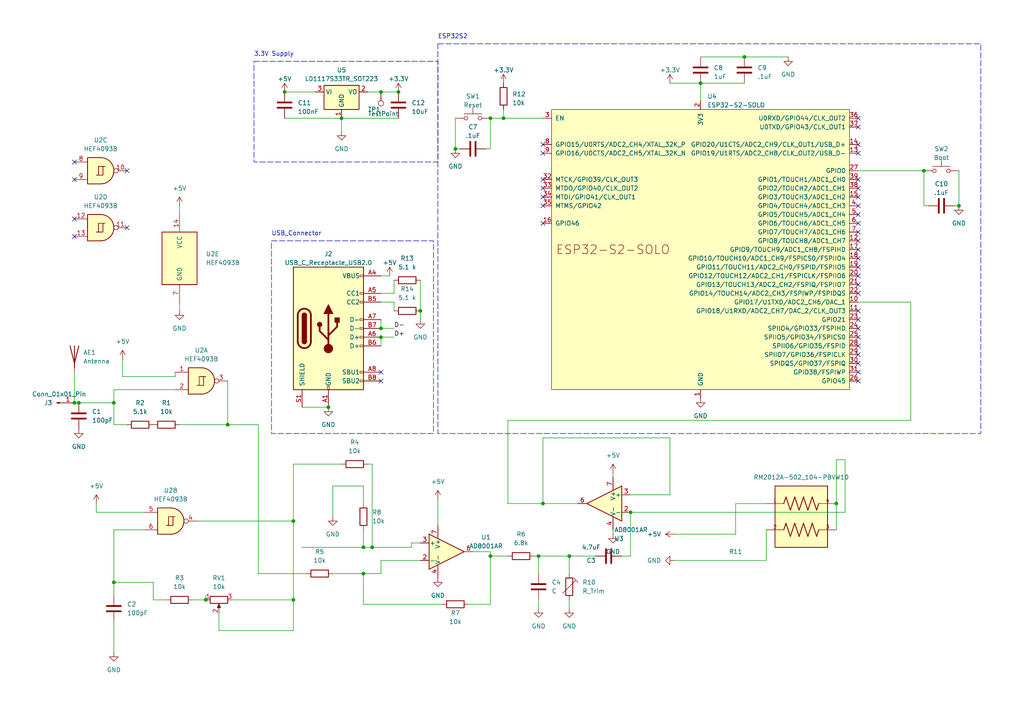
<source format=kicad_sch>
(kicad_sch (version 20230121) (generator eeschema)
  (paper "A4")
  (lib_symbols
    (symbol "4xxx:HEF4093B" (pin_names (offset 1.016))
      (property "Reference" "U" (at 0 1.27 0))
      (property "Value" "HEF4093B" (at 0 -1.27 0))
      (symbol "HEF4093B_1_0"
        (polyline (pts (xy -0.635 -1.27) (xy -0.635 1.27) (xy 0.635 1.27)))
        (polyline (pts (xy -0.635 -1.27) (xy -0.635 1.27) (xy 0.635 1.27)))
        (polyline (pts (xy -1.27 -1.27) (xy 0.635 -1.27) (xy 0.635 1.27) (xy 1.27 1.27)))
        (polyline (pts (xy -1.27 -1.27) (xy 0.635 -1.27) (xy 0.635 1.27) (xy 1.27 1.27)))
      )
      (symbol "HEF4093B_1_1"
        (arc (start 0 -3.81) (mid 3.7934 0) (end 0 3.81) (stroke (width 0.254)) (fill (type background)))
        (polyline (pts (xy 0 3.81) (xy -3.81 3.81) (xy -3.81 -3.81) (xy 0 -3.81)) (stroke (width 0.254)) (fill (type background)))
        (pin input line (at -7.62 2.54 0) (length 3.81) (name "~") (number "1"))
        (pin input line (at -7.62 -2.54 0) (length 3.81) (name "~") (number "2"))
        (pin output inverted (at 7.62 0 180) (length 3.81) (name "~") (number "3"))
      )
      (symbol "HEF4093B_1_2"
        (arc (start -3.81 -3.81) (mid -2.589 0) (end -3.81 3.81) (stroke (width 0.254)))
        (arc (start -0.6096 -3.81) (mid 2.1842 -2.5851) (end 3.81 0) (stroke (width 0.254)) (fill (type background)))
        (polyline (pts (xy -3.81 -3.81) (xy -0.635 -3.81)) (stroke (width 0.254)) (fill (type background)))
        (polyline (pts (xy -3.81 3.81) (xy -0.635 3.81)) (stroke (width 0.254)) (fill (type background)))
        (polyline (pts (xy -0.635 3.81) (xy -3.81 3.81) (xy -3.81 3.81) (xy -3.556 3.4036) (xy -3.0226 2.2606) (xy -2.6924 1.0414) (xy -2.6162 -0.254) (xy -2.7686 -1.4986) (xy -3.175 -2.7178) (xy -3.81 -3.81) (xy -3.81 -3.81) (xy -0.635 -3.81)) (stroke (width -25.4)) (fill (type background)))
        (arc (start 3.81 0) (mid 2.1915 2.5936) (end -0.6096 3.81) (stroke (width 0.254)) (fill (type background)))
        (pin input inverted (at -7.62 2.54 0) (length 4.318) (name "~") (number "1"))
        (pin input inverted (at -7.62 -2.54 0) (length 4.318) (name "~") (number "2"))
        (pin output line (at 7.62 0 180) (length 3.81) (name "~") (number "3"))
      )
      (symbol "HEF4093B_2_0"
        (polyline (pts (xy -0.635 -1.27) (xy -0.635 1.27) (xy 0.635 1.27)))
        (polyline (pts (xy -0.635 -1.27) (xy -0.635 1.27) (xy 0.635 1.27)))
        (polyline (pts (xy -1.27 -1.27) (xy 0.635 -1.27) (xy 0.635 1.27) (xy 1.27 1.27)))
        (polyline (pts (xy -1.27 -1.27) (xy 0.635 -1.27) (xy 0.635 1.27) (xy 1.27 1.27)))
      )
      (symbol "HEF4093B_2_1"
        (arc (start 0 -3.81) (mid 3.7934 0) (end 0 3.81) (stroke (width 0.254)) (fill (type background)))
        (polyline (pts (xy 0 3.81) (xy -3.81 3.81) (xy -3.81 -3.81) (xy 0 -3.81)) (stroke (width 0.254)) (fill (type background)))
        (pin output inverted (at 7.62 0 180) (length 3.81) (name "~") (number "4"))
        (pin input line (at -7.62 2.54 0) (length 3.81) (name "~") (number "5"))
        (pin input line (at -7.62 -2.54 0) (length 3.81) (name "~") (number "6"))
      )
      (symbol "HEF4093B_2_2"
        (arc (start -3.81 -3.81) (mid -2.589 0) (end -3.81 3.81) (stroke (width 0.254)))
        (arc (start -0.6096 -3.81) (mid 2.1842 -2.5851) (end 3.81 0) (stroke (width 0.254)) (fill (type background)))
        (polyline (pts (xy -3.81 -3.81) (xy -0.635 -3.81)) (stroke (width 0.254)) (fill (type background)))
        (polyline (pts (xy -3.81 3.81) (xy -0.635 3.81)) (stroke (width 0.254)) (fill (type background)))
        (polyline (pts (xy -0.635 3.81) (xy -3.81 3.81) (xy -3.81 3.81) (xy -3.556 3.4036) (xy -3.0226 2.2606) (xy -2.6924 1.0414) (xy -2.6162 -0.254) (xy -2.7686 -1.4986) (xy -3.175 -2.7178) (xy -3.81 -3.81) (xy -3.81 -3.81) (xy -0.635 -3.81)) (stroke (width -25.4)) (fill (type background)))
        (arc (start 3.81 0) (mid 2.1915 2.5936) (end -0.6096 3.81) (stroke (width 0.254)) (fill (type background)))
        (pin output line (at 7.62 0 180) (length 3.81) (name "~") (number "4"))
        (pin input inverted (at -7.62 2.54 0) (length 4.318) (name "~") (number "5"))
        (pin input inverted (at -7.62 -2.54 0) (length 4.318) (name "~") (number "6"))
      )
      (symbol "HEF4093B_3_0"
        (polyline (pts (xy -0.635 -1.27) (xy -0.635 1.27) (xy 0.635 1.27)))
        (polyline (pts (xy -0.635 -1.27) (xy -0.635 1.27) (xy 0.635 1.27)))
        (polyline (pts (xy -1.27 -1.27) (xy 0.635 -1.27) (xy 0.635 1.27) (xy 1.27 1.27)))
        (polyline (pts (xy -1.27 -1.27) (xy 0.635 -1.27) (xy 0.635 1.27) (xy 1.27 1.27)))
      )
      (symbol "HEF4093B_3_1"
        (arc (start 0 -3.81) (mid 3.7934 0) (end 0 3.81) (stroke (width 0.254)) (fill (type background)))
        (polyline (pts (xy 0 3.81) (xy -3.81 3.81) (xy -3.81 -3.81) (xy 0 -3.81)) (stroke (width 0.254)) (fill (type background)))
        (pin output inverted (at 7.62 0 180) (length 3.81) (name "~") (number "10"))
        (pin input line (at -7.62 2.54 0) (length 3.81) (name "~") (number "8"))
        (pin input line (at -7.62 -2.54 0) (length 3.81) (name "~") (number "9"))
      )
      (symbol "HEF4093B_3_2"
        (arc (start -3.81 -3.81) (mid -2.589 0) (end -3.81 3.81) (stroke (width 0.254)))
        (arc (start -0.6096 -3.81) (mid 2.1842 -2.5851) (end 3.81 0) (stroke (width 0.254)) (fill (type background)))
        (polyline (pts (xy -3.81 -3.81) (xy -0.635 -3.81)) (stroke (width 0.254)) (fill (type background)))
        (polyline (pts (xy -3.81 3.81) (xy -0.635 3.81)) (stroke (width 0.254)) (fill (type background)))
        (polyline (pts (xy -0.635 3.81) (xy -3.81 3.81) (xy -3.81 3.81) (xy -3.556 3.4036) (xy -3.0226 2.2606) (xy -2.6924 1.0414) (xy -2.6162 -0.254) (xy -2.7686 -1.4986) (xy -3.175 -2.7178) (xy -3.81 -3.81) (xy -3.81 -3.81) (xy -0.635 -3.81)) (stroke (width -25.4)) (fill (type background)))
        (arc (start 3.81 0) (mid 2.1915 2.5936) (end -0.6096 3.81) (stroke (width 0.254)) (fill (type background)))
        (pin output line (at 7.62 0 180) (length 3.81) (name "~") (number "10"))
        (pin input inverted (at -7.62 2.54 0) (length 4.318) (name "~") (number "8"))
        (pin input inverted (at -7.62 -2.54 0) (length 4.318) (name "~") (number "9"))
      )
      (symbol "HEF4093B_4_0"
        (polyline (pts (xy -0.635 -1.27) (xy -0.635 1.27) (xy 0.635 1.27)))
        (polyline (pts (xy -0.635 -1.27) (xy -0.635 1.27) (xy 0.635 1.27)))
        (polyline (pts (xy -1.27 -1.27) (xy 0.635 -1.27) (xy 0.635 1.27) (xy 1.27 1.27)))
        (polyline (pts (xy -1.27 -1.27) (xy 0.635 -1.27) (xy 0.635 1.27) (xy 1.27 1.27)))
      )
      (symbol "HEF4093B_4_1"
        (arc (start 0 -3.81) (mid 3.7934 0) (end 0 3.81) (stroke (width 0.254)) (fill (type background)))
        (polyline (pts (xy 0 3.81) (xy -3.81 3.81) (xy -3.81 -3.81) (xy 0 -3.81)) (stroke (width 0.254)) (fill (type background)))
        (pin output inverted (at 7.62 0 180) (length 3.81) (name "~") (number "11"))
        (pin input line (at -7.62 2.54 0) (length 3.81) (name "~") (number "12"))
        (pin input line (at -7.62 -2.54 0) (length 3.81) (name "~") (number "13"))
      )
      (symbol "HEF4093B_4_2"
        (arc (start -3.81 -3.81) (mid -2.589 0) (end -3.81 3.81) (stroke (width 0.254)))
        (arc (start -0.6096 -3.81) (mid 2.1842 -2.5851) (end 3.81 0) (stroke (width 0.254)) (fill (type background)))
        (polyline (pts (xy -3.81 -3.81) (xy -0.635 -3.81)) (stroke (width 0.254)) (fill (type background)))
        (polyline (pts (xy -3.81 3.81) (xy -0.635 3.81)) (stroke (width 0.254)) (fill (type background)))
        (polyline (pts (xy -0.635 3.81) (xy -3.81 3.81) (xy -3.81 3.81) (xy -3.556 3.4036) (xy -3.0226 2.2606) (xy -2.6924 1.0414) (xy -2.6162 -0.254) (xy -2.7686 -1.4986) (xy -3.175 -2.7178) (xy -3.81 -3.81) (xy -3.81 -3.81) (xy -0.635 -3.81)) (stroke (width -25.4)) (fill (type background)))
        (arc (start 3.81 0) (mid 2.1915 2.5936) (end -0.6096 3.81) (stroke (width 0.254)) (fill (type background)))
        (pin output line (at 7.62 0 180) (length 3.81) (name "~") (number "11"))
        (pin input inverted (at -7.62 2.54 0) (length 4.318) (name "~") (number "12"))
        (pin input inverted (at -7.62 -2.54 0) (length 4.318) (name "~") (number "13"))
      )
      (symbol "HEF4093B_5_0"
        (pin power_in line (at 0 12.7 270) (length 5.08) (name "VCC") (number "14"))
        (pin power_in line (at 0 -12.7 90) (length 5.08) (name "GND") (number "7"))
      )
      (symbol "HEF4093B_5_1"
        (rectangle (start -5.08 7.62) (end 5.08 -7.62) (stroke (width 0.254)) (fill (type background)))
      )
    )
    (symbol "Amplifier_Operational:AD8001AR" (pin_names (offset 0.127))
      (property "Reference" "U" (at 0 6.35 0))
      (property "Value" "AD8001AR" (at 0 3.81 0))
      (symbol "AD8001AR_0_1"
        (polyline (pts (xy -5.08 5.08) (xy 5.08 0) (xy -5.08 -5.08) (xy -5.08 5.08)) (stroke (width 0.254)) (fill (type background)))
      )
      (symbol "AD8001AR_1_1"
        (pin no_connect line (at -2.54 2.54 270) (length 2.54) hide (name "NC") (number "1"))
        (pin input line (at -7.62 -2.54 0) (length 2.54) (name "-") (number "2"))
        (pin input line (at -7.62 2.54 0) (length 2.54) (name "+") (number "3"))
        (pin power_in line (at -2.54 -7.62 90) (length 3.81) (name "V-") (number "4"))
        (pin no_connect line (at 0 2.54 270) (length 2.54) hide (name "NC") (number "5"))
        (pin output line (at 7.62 0 180) (length 2.54) (name "~") (number "6"))
        (pin power_in line (at -2.54 7.62 270) (length 3.81) (name "V+") (number "7"))
        (pin no_connect line (at 0 -2.54 90) (length 2.54) hide (name "NC") (number "8"))
      )
    )
    (symbol "Connector:Conn_01x01_Pin" (pin_names (offset 1.016) hide)
      (property "Reference" "J" (at 0 2.54 0))
      (property "Value" "Conn_01x01_Pin" (at 0 -2.54 0))
      (symbol "Conn_01x01_Pin_1_1"
        (polyline (pts (xy 1.27 0) (xy 0.8636 0)) (stroke (width 0.1524)))
        (rectangle (start 0.8636 0.127) (end 0 -0.127) (stroke (width 0.1524)) (fill (type outline)))
        (pin passive line (at 5.08 0 180) (length 3.81) (name "Pin_1") (number "1"))
      )
    )
    (symbol "Connector:TestPoint" (pin_numbers hide) (pin_names (offset 0.762) hide)
      (property "Reference" "TP" (at 0 6.858 0))
      (property "Value" "TestPoint" (at 0 5.08 0))
      (symbol "TestPoint_0_1"
        (circle (center 0 3.302) (radius 0.762))
      )
      (symbol "TestPoint_1_1"
        (pin passive line (at 0 0 90) (length 2.54) (name "1") (number "1"))
      )
    )
    (symbol "Connector:USB_C_Receptacle_USB2.0" (pin_names (offset 1.016))
      (property "Reference" "J" (at -10.16 19.05 0))
      (property "Value" "USB_C_Receptacle_USB2.0" (at 19.05 19.05 0))
      (symbol "USB_C_Receptacle_USB2.0_0_0"
        (rectangle (start -0.254 -17.78) (end 0.254 -16.764))
        (rectangle (start 10.16 -14.986) (end 9.144 -15.494))
        (rectangle (start 10.16 -12.446) (end 9.144 -12.954))
        (rectangle (start 10.16 -4.826) (end 9.144 -5.334))
        (rectangle (start 10.16 -2.286) (end 9.144 -2.794))
        (rectangle (start 10.16 0.254) (end 9.144 -0.254))
        (rectangle (start 10.16 2.794) (end 9.144 2.286))
        (rectangle (start 10.16 7.874) (end 9.144 7.366))
        (rectangle (start 10.16 10.414) (end 9.144 9.906))
        (rectangle (start 10.16 15.494) (end 9.144 14.986))
      )
      (symbol "USB_C_Receptacle_USB2.0_0_1"
        (rectangle (start -10.16 17.78) (end 10.16 -17.78) (stroke (width 0.254)) (fill (type background)))
        (arc (start -8.89 -3.81) (mid -6.985 -5.7067) (end -5.08 -3.81) (stroke (width 0.508)))
        (arc (start -7.62 -3.81) (mid -6.985 -4.4423) (end -6.35 -3.81) (stroke (width 0.254)))
        (arc (start -7.62 -3.81) (mid -6.985 -4.4423) (end -6.35 -3.81) (stroke (width 0.254)) (fill (type outline)))
        (rectangle (start -7.62 -3.81) (end -6.35 3.81) (stroke (width 0.254)) (fill (type outline)))
        (arc (start -6.35 3.81) (mid -6.985 4.4423) (end -7.62 3.81) (stroke (width 0.254)))
        (arc (start -6.35 3.81) (mid -6.985 4.4423) (end -7.62 3.81) (stroke (width 0.254)) (fill (type outline)))
        (arc (start -5.08 3.81) (mid -6.985 5.7067) (end -8.89 3.81) (stroke (width 0.508)))
        (circle (center -2.54 1.143) (radius 0.635) (stroke (width 0.254)) (fill (type outline)))
        (circle (center 0 -5.842) (radius 1.27) (fill (type outline)))
        (polyline (pts (xy -8.89 -3.81) (xy -8.89 3.81)) (stroke (width 0.508)))
        (polyline (pts (xy -5.08 3.81) (xy -5.08 -3.81)) (stroke (width 0.508)))
        (polyline (pts (xy 0 -5.842) (xy 0 4.318)) (stroke (width 0.508)))
        (polyline (pts (xy 0 -3.302) (xy -2.54 -0.762) (xy -2.54 0.508)) (stroke (width 0.508)))
        (polyline (pts (xy 0 -2.032) (xy 2.54 0.508) (xy 2.54 1.778)) (stroke (width 0.508)))
        (polyline (pts (xy -1.27 4.318) (xy 0 6.858) (xy 1.27 4.318) (xy -1.27 4.318)) (stroke (width 0.254)) (fill (type outline)))
        (rectangle (start 1.905 1.778) (end 3.175 3.048) (stroke (width 0.254)) (fill (type outline)))
      )
      (symbol "USB_C_Receptacle_USB2.0_1_1"
        (pin passive line (at 0 -22.86 90) (length 5.08) (name "GND") (number "A1"))
        (pin passive line (at 0 -22.86 90) (length 5.08) hide (name "GND") (number "A12"))
        (pin passive line (at 15.24 15.24 180) (length 5.08) (name "VBUS") (number "A4"))
        (pin bidirectional line (at 15.24 10.16 180) (length 5.08) (name "CC1") (number "A5"))
        (pin bidirectional line (at 15.24 -2.54 180) (length 5.08) (name "D+") (number "A6"))
        (pin bidirectional line (at 15.24 2.54 180) (length 5.08) (name "D-") (number "A7"))
        (pin bidirectional line (at 15.24 -12.7 180) (length 5.08) (name "SBU1") (number "A8"))
        (pin passive line (at 15.24 15.24 180) (length 5.08) hide (name "VBUS") (number "A9"))
        (pin passive line (at 0 -22.86 90) (length 5.08) hide (name "GND") (number "B1"))
        (pin passive line (at 0 -22.86 90) (length 5.08) hide (name "GND") (number "B12"))
        (pin passive line (at 15.24 15.24 180) (length 5.08) hide (name "VBUS") (number "B4"))
        (pin bidirectional line (at 15.24 7.62 180) (length 5.08) (name "CC2") (number "B5"))
        (pin bidirectional line (at 15.24 -5.08 180) (length 5.08) (name "D+") (number "B6"))
        (pin bidirectional line (at 15.24 0 180) (length 5.08) (name "D-") (number "B7"))
        (pin bidirectional line (at 15.24 -15.24 180) (length 5.08) (name "SBU2") (number "B8"))
        (pin passive line (at 15.24 15.24 180) (length 5.08) hide (name "VBUS") (number "B9"))
        (pin passive line (at -7.62 -22.86 90) (length 5.08) (name "SHIELD") (number "S1"))
      )
    )
    (symbol "Device:C" (pin_numbers hide) (pin_names (offset 0.254))
      (property "Reference" "C" (at 0.635 2.54 0))
      (property "Value" "C" (at 0.635 -2.54 0))
      (symbol "C_0_1"
        (polyline (pts (xy -2.032 -0.762) (xy 2.032 -0.762)) (stroke (width 0.508)))
        (polyline (pts (xy -2.032 0.762) (xy 2.032 0.762)) (stroke (width 0.508)))
      )
      (symbol "C_1_1"
        (pin passive line (at 0 3.81 270) (length 2.794) (name "~") (number "1"))
        (pin passive line (at 0 -3.81 90) (length 2.794) (name "~") (number "2"))
      )
    )
    (symbol "Device:R" (pin_numbers hide) (pin_names (offset 0))
      (property "Reference" "R" (at 2.032 0 90))
      (property "Value" "R" (at 0 0 90))
      (symbol "R_0_1"
        (rectangle (start -1.016 -2.54) (end 1.016 2.54) (stroke (width 0.254)))
      )
      (symbol "R_1_1"
        (pin passive line (at 0 3.81 270) (length 1.27) (name "~") (number "1"))
        (pin passive line (at 0 -3.81 90) (length 1.27) (name "~") (number "2"))
      )
    )
    (symbol "Device:R_Trim" (pin_numbers hide) (pin_names (offset 0))
      (property "Reference" "R" (at 2.54 -2.54 90))
      (property "Value" "R_Trim" (at -2.54 -0.635 90))
      (symbol "R_Trim_0_1"
        (rectangle (start -1.016 -2.54) (end 1.016 2.54) (stroke (width 0.254)))
        (polyline (pts (xy -1.905 -1.905) (xy 1.905 1.905) (xy 2.54 1.27) (xy 1.27 2.54)))
      )
      (symbol "R_Trim_1_1"
        (pin passive line (at 0 3.81 270) (length 1.27) (name "~") (number "1"))
        (pin passive line (at 0 -3.81 90) (length 1.27) (name "~") (number "2"))
      )
    )
    (symbol "RM2012A-502_104-PBVW10:RM2012A-502_104-PBVW10" (pin_names (offset 1.016))
      (property "Reference" "R" (at -7.62 8.89 0))
      (property "Value" "RM2012A-502_104-PBVW10" (at -7.62 -13.97 0))
      (symbol "RM2012A-502_104-PBVW10_0_0"
        (rectangle (start -7.62 -10.16) (end 7.62 7.62) (stroke (width 0.254)) (fill (type background)))
        (polyline (pts (xy -5.08 -5.08) (xy -4.445 -3.175)) (stroke (width 0.254)))
        (polyline (pts (xy -5.08 2.54) (xy -4.445 4.445)) (stroke (width 0.254)))
        (polyline (pts (xy -4.445 -3.175) (xy -3.175 -6.985)) (stroke (width 0.254)))
        (polyline (pts (xy -4.445 4.445) (xy -3.175 0.635)) (stroke (width 0.254)))
        (polyline (pts (xy -3.175 -6.985) (xy -1.905 -3.175)) (stroke (width 0.254)))
        (polyline (pts (xy -3.175 0.635) (xy -1.905 4.445)) (stroke (width 0.254)))
        (polyline (pts (xy -1.905 -3.175) (xy -0.635 -6.985)) (stroke (width 0.254)))
        (polyline (pts (xy -1.905 4.445) (xy -0.635 0.635)) (stroke (width 0.254)))
        (polyline (pts (xy -0.635 -6.985) (xy 0.635 -3.175)) (stroke (width 0.254)))
        (polyline (pts (xy -0.635 0.635) (xy 0.635 4.445)) (stroke (width 0.254)))
        (polyline (pts (xy 0.635 -3.175) (xy 1.905 -6.985)) (stroke (width 0.254)))
        (polyline (pts (xy 0.635 4.445) (xy 1.905 0.635)) (stroke (width 0.254)))
        (polyline (pts (xy 1.905 -6.985) (xy 3.175 -3.175)) (stroke (width 0.254)))
        (polyline (pts (xy 1.905 0.635) (xy 3.175 4.445)) (stroke (width 0.254)))
        (polyline (pts (xy 3.175 -3.175) (xy 4.445 -6.985)) (stroke (width 0.254)))
        (polyline (pts (xy 3.175 4.445) (xy 4.445 0.635)) (stroke (width 0.254)))
        (polyline (pts (xy 4.445 -6.985) (xy 5.08 -5.08)) (stroke (width 0.254)))
        (polyline (pts (xy 4.445 0.635) (xy 5.08 2.54)) (stroke (width 0.254)))
        (pin passive line (at -10.16 2.54 0) (length 5.08) (name "~") (number "1"))
        (pin passive line (at -10.16 -5.08 0) (length 5.08) (name "~") (number "2"))
        (pin passive line (at 10.16 -5.08 180) (length 5.08) (name "~") (number "3"))
        (pin passive line (at 10.16 2.54 180) (length 5.08) (name "~") (number "4"))
      )
    )
    (symbol "Regulator_Linear:LD1117S33TR_SOT223"
      (property "Reference" "U" (at -3.81 3.175 0))
      (property "Value" "LD1117S33TR_SOT223" (at 0 3.175 0))
      (symbol "LD1117S33TR_SOT223_0_1"
        (rectangle (start -5.08 -5.08) (end 5.08 1.905) (stroke (width 0.254)) (fill (type background)))
      )
      (symbol "LD1117S33TR_SOT223_1_1"
        (pin power_in line (at 0 -7.62 90) (length 2.54) (name "GND") (number "1"))
        (pin power_out line (at 7.62 0 180) (length 2.54) (name "VO") (number "2"))
        (pin power_in line (at -7.62 0 0) (length 2.54) (name "VI") (number "3"))
      )
    )
    (symbol "Switch:SW_Omron_B3FS" (pin_numbers hide) (pin_names (offset 1.016) hide)
      (property "Reference" "SW" (at 1.27 2.54 0))
      (property "Value" "SW_Omron_B3FS" (at 0 -1.524 0))
      (symbol "SW_Omron_B3FS_0_1"
        (circle (center -2.032 0) (radius 0.508))
        (polyline (pts (xy 0 1.27) (xy 0 3.048)))
        (polyline (pts (xy 2.54 1.27) (xy -2.54 1.27)))
        (circle (center 2.032 0) (radius 0.508))
        (pin passive line (at -5.08 0 0) (length 2.54) (name "1") (number "1"))
        (pin passive line (at 5.08 0 180) (length 2.54) (name "2") (number "2"))
      )
    )
    (symbol "esp32:ESP32-S2-SOLO" (pin_names (offset 1.016))
      (property "Reference" "U" (at -43.18 45.72 0))
      (property "Value" "ESP32-S2-SOLO" (at -43.18 43.18 0))
      (symbol "ESP32-S2-SOLO_0_1"
        (rectangle (start -43.18 40.64) (end 43.18 -40.64) (fill (type background)))
      )
      (symbol "ESP32-S2-SOLO_1_1"
        (text "ESP32-S2-SOLO" (at -25.4 0 0) (effects (font (size 2.54 2.54))))
        (pin power_in line (at 0 -43.18 90) (length 2.54) (name "GND") (number "1"))
        (pin bidirectional line (at 45.72 -15.24 180) (length 2.54) (name "GPIO17/U1TXD/ADC2_CH6/DAC_1") (number "10"))
        (pin bidirectional line (at 45.72 -17.78 180) (length 2.54) (name "GPIO18/U1RXD/ADC2_CH7/DAC_2/CLK_OUT3") (number "11"))
        (pin bidirectional line (at 45.72 2.54 180) (length 2.54) (name "GPIO8/TOUCH8/ADC1_CH7") (number "12"))
        (pin bidirectional line (at 45.72 27.94 180) (length 2.54) (name "GPIO19/U1RTS/ADC2_CH8/CLK_OUT2/USB_D-") (number "13"))
        (pin bidirectional line (at 45.72 30.48 180) (length 2.54) (name "GPIO20/U1CTS/ADC2_CH9/CLK_OUT1/USB_D+") (number "14"))
        (pin bidirectional line (at 45.72 15.24 180) (length 2.54) (name "GPIO3/TOUCH3/ADC1_CH2") (number "15"))
        (pin input line (at -45.72 7.62 0) (length 2.54) (name "GPIO46") (number "16"))
        (pin bidirectional line (at 45.72 0 180) (length 2.54) (name "GPIO9/TOUCH9/ADC1_CH8/FSPIHD") (number "17"))
        (pin bidirectional line (at 45.72 -2.54 180) (length 2.54) (name "GPIO10/TOUCH10/ADC1_CH9/FSPICS0/FSPIIO4") (number "18"))
        (pin bidirectional line (at 45.72 -5.08 180) (length 2.54) (name "GPIO11/TOUCH11/ADC2_CH0/FSPID/FSPIIO5") (number "19"))
        (pin power_in line (at 0 43.18 270) (length 2.54) (name "3V3") (number "2"))
        (pin bidirectional line (at 45.72 -7.62 180) (length 2.54) (name "GPIO12/TOUCH12/ADC2_CH1/FSPICLK/FSPIIO6") (number "20"))
        (pin bidirectional line (at 45.72 -10.16 180) (length 2.54) (name "GPIO13/TOUCH13/ADC2_CH2/FSPIQ/FSPIIO7") (number "21"))
        (pin bidirectional line (at 45.72 -12.7 180) (length 2.54) (name "GPIO14/TOUCH14/ADC2_CH3/FSPIWP/FSPIDQS") (number "22"))
        (pin bidirectional line (at 45.72 -20.32 180) (length 2.54) (name "GPIO21") (number "23"))
        (pin bidirectional line (at 45.72 -22.86 180) (length 2.54) (name "SPIIO4/GPIO33/FSPIHD") (number "24"))
        (pin bidirectional line (at 45.72 -25.4 180) (length 2.54) (name "SPIIO5/GPIO34/FSPICS0") (number "25"))
        (pin bidirectional line (at 45.72 -38.1 180) (length 2.54) (name "GPIO45") (number "26"))
        (pin bidirectional line (at 45.72 22.86 180) (length 2.54) (name "GPIO0") (number "27"))
        (pin bidirectional line (at 45.72 -27.94 180) (length 2.54) (name "SPIIO6/GPIO35/FSPID") (number "28"))
        (pin bidirectional line (at 45.72 -30.48 180) (length 2.54) (name "SPIIO7/GPIO36/FSPICLK") (number "29"))
        (pin bidirectional line (at -45.72 38.1 0) (length 2.54) (name "EN") (number "3"))
        (pin bidirectional line (at 45.72 -33.02 180) (length 2.54) (name "SPIDQS/GPIO37/FSPIQ") (number "30"))
        (pin bidirectional line (at 45.72 -35.56 180) (length 2.54) (name "GPIO38/FSPIWP") (number "31"))
        (pin bidirectional line (at -45.72 20.32 0) (length 2.54) (name "MTCK/GPIO39/CLK_OUT3") (number "32"))
        (pin bidirectional line (at -45.72 17.78 0) (length 2.54) (name "MTDO/GPIO40/CLK_OUT2") (number "33"))
        (pin bidirectional line (at -45.72 15.24 0) (length 2.54) (name "MTDI/GPIO41/CLK_OUT1") (number "34"))
        (pin bidirectional line (at -45.72 12.7 0) (length 2.54) (name "MTMS/GPIO42") (number "35"))
        (pin bidirectional line (at 45.72 38.1 180) (length 2.54) (name "U0RXD/GPIO44/CLK_OUT2") (number "36"))
        (pin bidirectional line (at 45.72 35.56 180) (length 2.54) (name "U0TXD/GPIO43/CLK_OUT1") (number "37"))
        (pin bidirectional line (at 45.72 17.78 180) (length 2.54) (name "GPIO2/TOUCH2/ADC1_CH1") (number "38"))
        (pin bidirectional line (at 45.72 20.32 180) (length 2.54) (name "GPIO1/TOUCH1/ADC1_CH0") (number "39"))
        (pin bidirectional line (at 45.72 12.7 180) (length 2.54) (name "GPIO4/TOUCH4/ADC1_CH3") (number "4"))
        (pin passive line (at 0 -43.18 90) (length 2.54) hide (name "GND") (number "40"))
        (pin passive line (at 0 -43.18 90) (length 2.54) hide (name "GND") (number "41"))
        (pin bidirectional line (at 45.72 10.16 180) (length 2.54) (name "GPIO5/TOUCH5/ADC1_CH4") (number "5"))
        (pin bidirectional line (at 45.72 7.62 180) (length 2.54) (name "GPIO6/TOUCH6/ADC1_CH5") (number "6"))
        (pin bidirectional line (at 45.72 5.08 180) (length 2.54) (name "GPIO7/TOUCH7/ADC1_CH6") (number "7"))
        (pin bidirectional line (at -45.72 30.48 0) (length 2.54) (name "GPIO15/U0RTS/ADC2_CH4/XTAL_32K_P") (number "8"))
        (pin bidirectional line (at -45.72 27.94 0) (length 2.54) (name "GPIO16/U0CTS/ADC2_CH5/XTAL_32K_N") (number "9"))
      )
    )
    (symbol "power:+3.3V" (power) (pin_names (offset 0))
      (property "Value" "+3.3V" (at 0 3.556 0))
      (symbol "+3.3V_0_1"
        (polyline (pts (xy -0.762 1.27) (xy 0 2.54)))
        (polyline (pts (xy 0 0) (xy 0 2.54)))
        (polyline (pts (xy 0 2.54) (xy 0.762 1.27)))
      )
      (symbol "+3.3V_1_1"
        (pin power_in line (at 0 0 90) (length 0) hide (name "+3.3V") (number "1"))
      )
    )
    (symbol "power:+5V" (power) (pin_names (offset 0))
      (property "Value" "+5V" (at 0 3.556 0))
      (symbol "+5V_0_1"
        (polyline (pts (xy -0.762 1.27) (xy 0 2.54)))
        (polyline (pts (xy 0 0) (xy 0 2.54)))
        (polyline (pts (xy 0 2.54) (xy 0.762 1.27)))
      )
      (symbol "+5V_1_1"
        (pin power_in line (at 0 0 90) (length 0) hide (name "+5V") (number "1"))
      )
    )
    (symbol "power:GND" (power) (pin_names (offset 0))
      (property "Value" "GND" (at 0 -3.81 0))
      (symbol "GND_0_1"
        (polyline (pts (xy 0 0) (xy 0 -1.27) (xy 1.27 -1.27) (xy 0 -2.54) (xy -1.27 -1.27) (xy 0 -1.27)))
      )
      (symbol "GND_1_1"
        (pin power_in line (at 0 0 270) (length 0) hide (name "GND") (number "1"))
      )
    )
    (symbol "projectTheremin:Antenna" (pin_numbers hide) (pin_names (offset 1.016) hide)
      (property "Reference" "AE1" (at 2.54 0.635 0))
      (property "Value" "Antenna" (at 2.54 -1.905 0))
      (symbol "Antenna_0_1"
        (polyline (pts (xy 0 2.54) (xy 0 -3.81)) (stroke (width 0.254)))
        (polyline (pts (xy 1.27 2.54) (xy 0 -2.54) (xy -1.27 2.54)) (stroke (width 0.254)))
      )
      (symbol "Antenna_1_1"
        (pin output line (at 0 -5.08 90) (length 2.54) (name "A") (number "1"))
      )
    )
    (symbol "projectTheremin:C" (pin_numbers hide) (pin_names (offset 0.254))
      (property "Reference" "C" (at 0.635 2.54 0))
      (property "Value" "C" (at 0.635 -2.54 0))
      (symbol "C_0_1"
        (polyline (pts (xy -2.032 -0.762) (xy 2.032 -0.762)) (stroke (width 0.508)))
        (polyline (pts (xy -2.032 0.762) (xy 2.032 0.762)) (stroke (width 0.508)))
      )
      (symbol "C_1_1"
        (pin passive line (at 0 3.81 270) (length 2.794) (name "~") (number "1"))
        (pin passive line (at 0 -3.81 90) (length 2.794) (name "~") (number "2"))
      )
    )
    (symbol "projectTheremin:GND" (power) (pin_names (offset 0))
      (property "Value" "GND" (at 0 -3.81 0))
      (symbol "GND_0_1"
        (polyline (pts (xy 0 0) (xy 0 -1.27) (xy 1.27 -1.27) (xy 0 -2.54) (xy -1.27 -1.27) (xy 0 -1.27)))
      )
      (symbol "GND_1_1"
        (pin power_in line (at 0 0 270) (length 0) hide (name "GND") (number "1"))
      )
    )
    (symbol "projectTheremin:R" (pin_numbers hide) (pin_names (offset 0))
      (property "Reference" "R" (at 2.032 0 90))
      (property "Value" "R" (at 0 0 90))
      (symbol "R_0_1"
        (rectangle (start -1.016 -2.54) (end 1.016 2.54) (stroke (width 0.254)))
      )
      (symbol "R_1_1"
        (pin passive line (at 0 3.81 270) (length 1.27) (name "~") (number "1"))
        (pin passive line (at 0 -3.81 90) (length 1.27) (name "~") (number "2"))
      )
    )
    (symbol "projectTheremin:R_Potentiometer" (pin_names (offset 1.016) hide)
      (property "Reference" "RV" (at -4.445 0 90))
      (property "Value" "R_Potentiometer" (at -2.54 0 90))
      (symbol "R_Potentiometer_0_1"
        (polyline (pts (xy 2.54 0) (xy 1.524 0)))
        (polyline (pts (xy 1.143 0) (xy 2.286 0.508) (xy 2.286 -0.508) (xy 1.143 0)) (fill (type outline)))
        (rectangle (start 1.016 2.54) (end -1.016 -2.54) (stroke (width 0.254)))
      )
      (symbol "R_Potentiometer_1_1"
        (pin passive line (at 0 3.81 270) (length 1.27) (name "1") (number "1"))
        (pin passive line (at 3.81 0 180) (length 1.27) (name "2") (number "2"))
        (pin passive line (at 0 -3.81 90) (length 1.27) (name "3") (number "3"))
      )
    )
  )
  (junction (at 33.02 168.91))
  (junction (at 59.69 173.99))
  (junction (at 110.49 97.79))
  (junction (at 278.13 59.69))
  (junction (at 142.24 161.29))
  (junction (at 165.1 161.29))
  (junction (at 105.41 158.75))
  (junction (at 215.9 16.51))
  (junction (at 242.57 146.05))
  (junction (at 110.49 26.67))
  (junction (at 146.05 34.29))
  (junction (at 110.49 95.25))
  (junction (at 107.95 158.75))
  (junction (at 21.59 116.84))
  (junction (at 66.04 123.19))
  (junction (at 142.24 34.29))
  (junction (at 82.55 26.67))
  (junction (at 121.92 90.17))
  (junction (at 115.57 26.67))
  (junction (at 203.2 24.13))
  (junction (at 99.06 34.29))
  (junction (at 182.88 148.59))
  (junction (at 267.97 49.53))
  (junction (at 22.86 116.84))
  (junction (at 85.09 173.99))
  (junction (at 95.25 118.11))
  (junction (at 132.08 43.18))
  (junction (at 33.02 116.84))
  (junction (at 157.48 146.05))
  (junction (at 105.41 166.37))
  (junction (at 85.09 151.13))
  (junction (at 156.21 161.29))
  (no_connect (at 157.48 41.91))
  (no_connect (at 248.92 72.39))
  (no_connect (at 248.92 69.85))
  (no_connect (at 21.59 46.99))
  (no_connect (at 248.92 77.47))
  (no_connect (at 157.48 44.45))
  (no_connect (at 248.92 64.77))
  (no_connect (at 248.92 107.95))
  (no_connect (at 248.92 85.09))
  (no_connect (at 157.48 57.15))
  (no_connect (at 21.59 63.5))
  (no_connect (at 248.92 95.25))
  (no_connect (at 248.92 102.87))
  (no_connect (at 248.92 92.71))
  (no_connect (at 248.92 54.61))
  (no_connect (at 248.92 36.83))
  (no_connect (at 21.59 68.58))
  (no_connect (at 248.92 44.45))
  (no_connect (at 36.83 66.04))
  (no_connect (at 36.83 49.53))
  (no_connect (at 157.48 52.07))
  (no_connect (at 157.48 59.69))
  (no_connect (at 21.59 52.07))
  (no_connect (at 157.48 64.77))
  (no_connect (at 248.92 82.55))
  (no_connect (at 248.92 80.01))
  (no_connect (at 248.92 67.31))
  (no_connect (at 110.49 107.95))
  (no_connect (at 248.92 74.93))
  (no_connect (at 248.92 62.23))
  (no_connect (at 248.92 100.33))
  (no_connect (at 248.92 52.07))
  (no_connect (at 248.92 59.69))
  (no_connect (at 248.92 57.15))
  (no_connect (at 110.49 110.49))
  (no_connect (at 248.92 97.79))
  (no_connect (at 157.48 54.61))
  (no_connect (at 248.92 105.41))
  (no_connect (at 248.92 41.91))
  (no_connect (at 248.92 34.29))
  (no_connect (at 248.92 90.17))
  (no_connect (at 248.92 110.49))
  (wire (pts (xy 110.49 97.79) (xy 110.49 100.33)))
  (wire (pts (xy 82.55 34.29) (xy 99.06 34.29)))
  (wire (pts (xy 110.49 92.71) (xy 110.49 95.25)))
  (wire (pts (xy 57.15 151.13) (xy 85.09 151.13)))
  (wire (pts (xy 121.92 81.28) (xy 121.92 90.17)))
  (wire (pts (xy 107.95 158.75) (xy 119.38 158.75)))
  (wire (pts (xy 33.02 113.03) (xy 50.8 113.03)))
  (wire (pts (xy 128.27 175.26) (xy 105.41 175.26)))
  (wire (pts (xy 156.21 173.99) (xy 156.21 176.53)))
  (wire (pts (xy 121.92 90.17) (xy 121.92 92.71)))
  (wire (pts (xy 203.2 24.13) (xy 203.2 29.21)))
  (wire (pts (xy 242.57 133.35) (xy 245.11 133.35)))
  (wire (pts (xy 194.31 127) (xy 194.31 143.51)))
  (wire (pts (xy 156.21 161.29) (xy 165.1 161.29)))
  (wire (pts (xy 213.36 146.05) (xy 222.25 146.05)))
  (wire (pts (xy 278.13 59.69) (xy 276.86 59.69)))
  (wire (pts (xy 33.02 123.19) (xy 36.83 123.19)))
  (wire (pts (xy 63.5 182.88) (xy 85.09 182.88)))
  (wire (pts (xy 248.92 87.63) (xy 264.16 87.63)))
  (wire (pts (xy 264.16 121.92) (xy 147.32 121.92)))
  (wire (pts (xy 269.24 59.69) (xy 267.97 59.69)))
  (wire (pts (xy 105.41 153.67) (xy 105.41 158.75)))
  (wire (pts (xy 33.02 116.84) (xy 33.02 123.19)))
  (wire (pts (xy 182.88 161.29) (xy 180.34 161.29)))
  (wire (pts (xy 85.09 134.62) (xy 85.09 151.13)))
  (wire (pts (xy 147.32 161.29) (xy 142.24 161.29)))
  (wire (pts (xy 110.49 87.63) (xy 114.3 87.63)))
  (wire (pts (xy 66.04 110.49) (xy 66.04 123.19)))
  (wire (pts (xy 165.1 173.99) (xy 165.1 176.53)))
  (wire (pts (xy 99.06 34.29) (xy 99.06 38.1)))
  (wire (pts (xy 195.58 162.56) (xy 222.25 162.56)))
  (wire (pts (xy 35.56 109.22) (xy 50.8 109.22)))
  (wire (pts (xy 142.24 34.29) (xy 142.24 43.18)))
  (wire (pts (xy 146.05 34.29) (xy 157.48 34.29)))
  (wire (pts (xy 203.2 24.13) (xy 215.9 24.13)))
  (wire (pts (xy 182.88 148.59) (xy 245.11 148.59)))
  (wire (pts (xy 177.8 154.94) (xy 177.8 153.67)))
  (wire (pts (xy 21.59 116.84) (xy 22.86 116.84)))
  (wire (pts (xy 85.09 134.62) (xy 99.06 134.62)))
  (wire (pts (xy 22.86 116.84) (xy 33.02 116.84)))
  (wire (pts (xy 63.5 177.8) (xy 63.5 182.88)))
  (wire (pts (xy 195.58 154.94) (xy 213.36 154.94)))
  (wire (pts (xy 147.32 146.05) (xy 147.32 121.92)))
  (wire (pts (xy 267.97 49.53) (xy 267.97 59.69)))
  (wire (pts (xy 87.63 118.11) (xy 95.25 118.11)))
  (wire (pts (xy 74.93 166.37) (xy 88.9 166.37)))
  (wire (pts (xy 133.35 43.18) (xy 132.08 43.18)))
  (wire (pts (xy 165.1 161.29) (xy 165.1 166.37)))
  (wire (pts (xy 114.3 87.63) (xy 114.3 90.17)))
  (wire (pts (xy 182.88 143.51) (xy 194.31 143.51)))
  (wire (pts (xy 264.16 87.63) (xy 264.16 121.92)))
  (wire (pts (xy 33.02 168.91) (xy 44.45 168.91)))
  (wire (pts (xy 110.49 162.56) (xy 110.49 166.37)))
  (wire (pts (xy 110.49 162.56) (xy 121.92 162.56)))
  (wire (pts (xy 33.02 153.67) (xy 41.91 153.67)))
  (wire (pts (xy 66.04 123.19) (xy 74.93 123.19)))
  (wire (pts (xy 96.52 140.97) (xy 96.52 149.86)))
  (wire (pts (xy 107.95 134.62) (xy 106.68 134.62)))
  (wire (pts (xy 82.55 26.67) (xy 91.44 26.67)))
  (wire (pts (xy 248.92 49.53) (xy 267.97 49.53)))
  (wire (pts (xy 33.02 180.34) (xy 33.02 189.23)))
  (wire (pts (xy 105.41 146.05) (xy 105.41 140.97)))
  (wire (pts (xy 33.02 172.72) (xy 33.02 168.91)))
  (wire (pts (xy 35.56 104.14) (xy 35.56 109.22)))
  (wire (pts (xy 182.88 148.59) (xy 182.88 161.29)))
  (wire (pts (xy 110.49 95.25) (xy 114.3 95.25)))
  (wire (pts (xy 215.9 16.51) (xy 228.6 16.51)))
  (wire (pts (xy 110.49 166.37) (xy 105.41 166.37)))
  (wire (pts (xy 140.97 43.18) (xy 142.24 43.18)))
  (wire (pts (xy 142.24 175.26) (xy 135.89 175.26)))
  (wire (pts (xy 41.91 148.59) (xy 27.94 148.59)))
  (wire (pts (xy 245.11 148.59) (xy 245.11 133.35)))
  (wire (pts (xy 194.31 24.13) (xy 203.2 24.13)))
  (wire (pts (xy 157.48 146.05) (xy 147.32 146.05)))
  (wire (pts (xy 142.24 160.02) (xy 142.24 161.29)))
  (wire (pts (xy 137.16 160.02) (xy 142.24 160.02)))
  (wire (pts (xy 50.8 109.22) (xy 50.8 107.95)))
  (wire (pts (xy 110.49 97.79) (xy 114.3 97.79)))
  (wire (pts (xy 87.63 158.75) (xy 105.41 158.75)))
  (wire (pts (xy 106.68 26.67) (xy 110.49 26.67)))
  (wire (pts (xy 99.06 34.29) (xy 115.57 34.29)))
  (wire (pts (xy 165.1 161.29) (xy 172.72 161.29)))
  (wire (pts (xy 85.09 151.13) (xy 85.09 173.99)))
  (wire (pts (xy 157.48 146.05) (xy 167.64 146.05)))
  (wire (pts (xy 132.08 43.18) (xy 132.08 34.29)))
  (wire (pts (xy 74.93 123.19) (xy 74.93 166.37)))
  (wire (pts (xy 222.25 162.56) (xy 222.25 153.67)))
  (wire (pts (xy 105.41 175.26) (xy 105.41 166.37)))
  (wire (pts (xy 52.07 59.69) (xy 52.07 62.23)))
  (wire (pts (xy 213.36 154.94) (xy 213.36 146.05)))
  (wire (pts (xy 107.95 158.75) (xy 107.95 134.62)))
  (wire (pts (xy 110.49 85.09) (xy 114.3 85.09)))
  (wire (pts (xy 67.31 173.99) (xy 85.09 173.99)))
  (wire (pts (xy 52.07 90.17) (xy 52.07 87.63)))
  (wire (pts (xy 154.94 161.29) (xy 156.21 161.29)))
  (wire (pts (xy 203.2 16.51) (xy 215.9 16.51)))
  (wire (pts (xy 110.49 80.01) (xy 113.03 80.01)))
  (wire (pts (xy 156.21 161.29) (xy 156.21 166.37)))
  (wire (pts (xy 44.45 168.91) (xy 44.45 173.99)))
  (wire (pts (xy 33.02 153.67) (xy 33.02 168.91)))
  (wire (pts (xy 85.09 182.88) (xy 85.09 173.99)))
  (wire (pts (xy 194.31 127) (xy 157.48 127)))
  (wire (pts (xy 55.88 173.99) (xy 59.69 173.99)))
  (wire (pts (xy 119.38 158.75) (xy 119.38 157.48)))
  (wire (pts (xy 27.94 148.59) (xy 27.94 146.05)))
  (wire (pts (xy 177.8 137.16) (xy 177.8 138.43)))
  (wire (pts (xy 105.41 140.97) (xy 96.52 140.97)))
  (wire (pts (xy 96.52 166.37) (xy 105.41 166.37)))
  (wire (pts (xy 119.38 157.48) (xy 121.92 157.48)))
  (wire (pts (xy 59.69 172.72) (xy 59.69 173.99)))
  (wire (pts (xy 142.24 161.29) (xy 142.24 175.26)))
  (wire (pts (xy 242.57 146.05) (xy 242.57 153.67)))
  (wire (pts (xy 105.41 158.75) (xy 107.95 158.75)))
  (wire (pts (xy 21.59 107.95) (xy 21.59 116.84)))
  (wire (pts (xy 146.05 31.75) (xy 146.05 34.29)))
  (wire (pts (xy 44.45 173.99) (xy 48.26 173.99)))
  (wire (pts (xy 242.57 133.35) (xy 242.57 146.05)))
  (wire (pts (xy 52.07 123.19) (xy 66.04 123.19)))
  (wire (pts (xy 114.3 85.09) (xy 114.3 81.28)))
  (wire (pts (xy 33.02 116.84) (xy 33.02 113.03)))
  (wire (pts (xy 146.05 34.29) (xy 142.24 34.29)))
  (wire (pts (xy 157.48 127) (xy 157.48 146.05)))
  (wire (pts (xy 127 144.78) (xy 127 152.4)))
  (wire (pts (xy 110.49 26.67) (xy 115.57 26.67)))
  (wire (pts (xy 278.13 49.53) (xy 278.13 59.69)))
  (rectangle (start 78.74 69.85) (end 125.73 125.73) (stroke (width 0) (type dash)))
  (rectangle (start 127 12.7) (end 284.48 125.73) (stroke (width 0) (type dash)))
  (rectangle (start 73.66 17.78) (end 127 46.99) (stroke (width 0) (type dash)))
  (text "3.3V Supply" (at 73.66 16.51 0) (effects (font (size 1.27 1.27)) (justify left bottom)))
  (text "ESP32S2" (at 127 11.43 0) (effects (font (size 1.27 1.27)) (justify left bottom)))
  (text "USB_Connector" (at 78.74 68.58 0) (effects (font (size 1.27 1.27)) (justify left bottom)))
  (label "D-" (at 114.3 95.25 0))
  (label "D+" (at 114.3 97.79 0))
  (symbol (lib_id "power:+5V") (at 195.58 154.94 90) (unit 1)
    (property "Reference" "#PWR05" (effects hide))
    (property "Value" "+5V" (at 191.77 154.94 90) (effects (justify left)))
  )
  (symbol (lib_id "power:+5V") (at 27.94 146.05 0) (unit 1)
    (property "Reference" "#PWR015" (effects hide))
    (property "Value" "+5V" (at 27.94 140.97 0))
  )
  (symbol (lib_id "power:GND") (at 156.21 176.53 0) (unit 1)
    (property "Reference" "#PWR06" (effects hide))
    (property "Value" "GND" (at 156.21 181.61 0))
  )
  (symbol (lib_id "projectTheremin:R") (at 52.07 173.99 270) (unit 1)
    (property "Reference" "R3" (at 52.07 167.64 90))
    (property "Value" "10k" (at 52.07 170.18 90))
    (property "Footprint" "Resistor_THT:R_Axial_DIN0204_L3.6mm_D1.6mm_P1.90mm_Vertical" (effects hide))
  )
  (symbol (lib_id "power:GND") (at 165.1 176.53 0) (unit 1)
    (property "Reference" "#PWR07" (effects hide))
    (property "Value" "GND" (at 165.1 181.61 0))
  )
  (symbol (lib_id "power:GND") (at 127 167.64 0) (unit 1)
    (property "Reference" "#PWR03" (effects hide))
    (property "Value" "GND" (at 127 172.72 0))
  )
  (symbol (lib_id "power:+5V") (at 113.03 80.01 0) (unit 1)
    (property "Reference" "#PWR024" (effects hide))
    (property "Value" "+5V" (at 113.03 76.2 0))
  )
  (symbol (lib_id "projectTheremin:C") (at 22.86 120.65 0) (unit 1)
    (property "Reference" "C1" (at 26.67 119.38 0) (effects (justify left)))
    (property "Value" "100pF" (at 26.67 121.92 0) (effects (justify left)))
    (property "Footprint" "Capacitor_SMD:C_0201_0603Metric" (effects hide))
  )
  (symbol (lib_id "power:GND") (at 195.58 162.56 270) (unit 1)
    (property "Reference" "#PWR017" (effects hide))
    (property "Value" "GND" (at 191.77 162.56 90) (effects (justify right)))
  )
  (symbol (lib_id "projectTheremin:R") (at 48.26 123.19 270) (unit 1)
    (property "Reference" "R1" (at 48.26 116.84 90))
    (property "Value" "10k" (at 48.26 119.38 90))
    (property "Footprint" "Resistor_THT:R_Axial_DIN0204_L3.6mm_D1.6mm_P1.90mm_Vertical" (effects hide))
  )
  (symbol (lib_id "power:+5V") (at 177.8 137.16 0) (unit 1)
    (property "Reference" "#PWR09" (effects hide))
    (property "Value" "+5V" (at 177.8 132.08 0))
  )
  (symbol (lib_id "power:GND") (at 99.06 38.1 0) (unit 1)
    (property "Reference" "#PWR027" (effects hide))
    (property "Value" "GND" (at 99.06 43.18 0))
  )
  (symbol (lib_id "projectTheremin:Antenna") (at 21.59 102.87 0) (unit 1)
    (property "Reference" "AE1" (at 24.13 102.235 0) (effects (justify left)))
    (property "Value" "Antenna" (at 24.13 104.775 0) (effects (justify left)))
    (property "Footprint" "MountingHole:MountingHole_3.2mm_M3_Pad" (effects hide))
  )
  (symbol (lib_id "power:GND") (at 121.92 92.71 0) (unit 1)
    (property "Reference" "#PWR025" (effects hide))
    (property "Value" "GND" (at 121.92 97.79 0))
  )
  (symbol (lib_id "power:GND") (at 228.6 16.51 0) (unit 1)
    (property "Reference" "#PWR021" (effects hide))
    (property "Value" "GND" (at 228.6 21.59 0))
  )
  (symbol (lib_id "Connector:USB_C_Receptacle_USB2.0") (at 95.25 95.25 0) (unit 1)
    (property "Reference" "J2" (at 95.25 73.66 0))
    (property "Value" "USB_C_Receptacle_USB2.0" (at 95.25 76.2 0))
    (property "Footprint" "Connector_USB:USB_C_Receptacle_GCT_USB4105-xx-A_16P_TopMnt_Horizontal" (effects hide))
    (property "Datasheet" "https://www.usb.org/sites/default/files/documents/usb_type-c.zip" (effects hide))
    (property "Digikey" "https://www.digikey.com/en/products/detail/jae-electronics/dx07s016ja1r1500/11585731" (effects hide))
  )
  (symbol (lib_id "esp32:ESP32-S2-SOLO") (at 203.2 72.39 0) (unit 1)
    (property "Reference" "U4" (at 205.1559 27.94 0) (effects (justify left)))
    (property "Value" "ESP32-S2-SOLO" (at 205.1559 30.48 0) (effects (justify left)))
    (property "Footprint" "PCM_Espressif:ESP32-S2-SOLO" (effects hide))
    (property "Datasheet" "https://www.espressif.com/sites/default/files/documentation/esp32-s2-solo_esp32-s2-solo-u_datasheet_en.pdf" (effects hide))
  )
  (symbol (lib_id "power:+5V") (at 35.56 104.14 0) (unit 1)
    (property "Reference" "#PWR012" (effects hide))
    (property "Value" "+5V" (at 35.56 99.06 0))
  )
  (symbol (lib_id "Switch:SW_Omron_B3FS") (at 137.16 34.29 0) (unit 1)
    (property "Reference" "SW1" (at 137.16 27.94 0))
    (property "Value" "Reset" (at 137.16 30.48 0))
    (property "Footprint" "Button_Switch_SMD:SW_SPST_Omron_B3FS-100xP" (effects hide))
    (property "Datasheet" "https://omronfs.omron.com/en_US/ecb/products/pdf/en-b3fs.pdf" (effects hide))
  )
  (symbol (lib_id "power:GND") (at 95.25 118.11 0) (unit 1)
    (property "Reference" "#PWR023" (effects hide))
    (property "Value" "GND" (at 95.25 123.19 0))
  )
  (symbol (lib_id "projectTheremin:GND") (at 33.02 189.23 0) (unit 1)
    (property "Reference" "#PWR02" (effects hide))
    (property "Value" "GND" (at 33.02 194.31 0))
  )
  (symbol (lib_id "Device:C") (at 156.21 170.18 0) (unit 1)
    (property "Reference" "C4" (at 160.02 168.91 0) (effects (justify left)))
    (property "Value" "C" (at 160.02 171.45 0) (effects (justify left)))
    (property "Footprint" "Capacitor_SMD:C_0201_0603Metric" (effects hide))
  )
  (symbol (lib_id "power:GND") (at 132.08 43.18 0) (unit 1)
    (property "Reference" "#PWR08" (effects hide))
    (property "Value" "GND" (at 132.08 48.26 0))
  )
  (symbol (lib_id "projectTheremin:R") (at 40.64 123.19 270) (unit 1)
    (property "Reference" "R2" (at 40.64 116.84 90))
    (property "Value" "5.1k" (at 40.64 119.38 90))
    (property "Footprint" "Resistor_THT:R_Axial_DIN0204_L3.6mm_D1.6mm_P1.90mm_Vertical" (effects hide))
  )
  (symbol (lib_id "4xxx:HEF4093B") (at 58.42 110.49 0) (unit 1)
    (property "Reference" "U2" (at 58.4117 101.6 0))
    (property "Value" "HEF4093B" (at 58.4117 104.14 0))
    (property "Footprint" "Package_SO:SOIC-14_3.9x8.7mm_P1.27mm" (effects hide))
    (property "Datasheet" "https://assets.nexperia.com/documents/data-sheet/HEF4093B.pdf" (effects hide))
  )
  (symbol (lib_id "Device:C") (at 215.9 20.32 0) (unit 1)
    (property "Reference" "C9" (at 219.71 19.685 0) (effects (justify left)))
    (property "Value" ".1uF" (at 219.71 22.225 0) (effects (justify left)))
    (property "Footprint" "Capacitor_SMD:C_0402_1005Metric" (effects hide))
  )
  (symbol (lib_id "Device:C") (at 115.57 30.48 0) (unit 1)
    (property "Reference" "C12" (at 119.38 29.845 0) (effects (justify left)))
    (property "Value" "10uF" (at 119.38 32.385 0) (effects (justify left)))
    (property "Footprint" "Capacitor_SMD:C_1206_3216Metric" (effects hide))
  )
  (symbol (lib_id "power:+5V") (at 127 144.78 0) (unit 1)
    (property "Reference" "#PWR011" (effects hide))
    (property "Value" "+5V" (at 127 139.7 0))
  )
  (symbol (lib_id "RM2012A-502_104-PBVW10:RM2012A-502_104-PBVW10") (at 232.41 148.59 0) (unit 1)
    (property "Reference" "R11" (at 213.36 160.02 0))
    (property "Value" "RM2012A-502_104-PBVW10" (at 232.41 138.43 0))
    (property "Footprint" "Resistor_THT:R_Axial_DIN0204_L3.6mm_D1.6mm_P1.90mm_Vertical" (effects hide))
    (property "MF" "Susumu" (effects hide))
    (property "MAXIMUM_PACKAGE_HEIGHT" "0.55 mm" (effects hide))
    (property "Package" "0805 Susumu" (effects hide))
    (property "Price" "None" (effects hide))
    (property "Check_prices" "https://www.snapeda.com/parts/RM2012A-502/104-PBVW10/Susumu/view-part/?ref=eda" (effects hide))
    (property "STANDARD" "Manufacturer Recommendations" (effects hide))
    (property "PARTREV" "N/A" (effects hide))
    (property "SnapEDA_Link" "https://www.snapeda.com/parts/RM2012A-502/104-PBVW10/Susumu/view-part/?ref=snap" (effects hide))
    (property "MP" "RM2012A-502/104-PBVW10" (effects hide))
    (property "Purchase-URL" "https://www.snapeda.com/api/url_track_click_mouser/?unipart_id=1377246&manufacturer=Susumu&part_name=RM2012A-502/104-PBVW10&search_term=None" (effects hide))
    (property "Description" "\n5k, 100k Ohm ±0.1% 50mW Power Per Element Voltage Divider 2 Resistor Network/Array ±25ppm/°C 0805 (2012 Metric), Long Side Terminals\n" (effects hide))
    (property "Availability" "Not in stock" (effects hide))
    (property "MANUFACTURER" "Susumu" (effects hide))
  )
  (symbol (lib_id "power:+3.3V") (at 194.31 24.13 0) (unit 1)
    (property "Reference" "#PWR019" (effects hide))
    (property "Value" "+3.3V" (at 194.31 20.32 0))
  )
  (symbol (lib_id "power:GND") (at 52.07 90.17 0) (unit 1)
    (property "Reference" "#PWR016" (effects hide))
    (property "Value" "GND" (at 52.07 95.25 0))
  )
  (symbol (lib_id "Connector:TestPoint") (at 110.49 26.67 180) (unit 1)
    (property "Reference" "TP1" (at 106.68 31.75 0) (effects (justify right)))
    (property "Value" "TestPoint" (at 106.68 33.02 0) (effects (justify right)))
    (property "Footprint" "TestPoint:TestPoint_THTPad_D2.0mm_Drill1.0mm" (effects hide))
  )
  (symbol (lib_id "power:+5V") (at 52.07 59.69 0) (unit 1)
    (property "Reference" "#PWR014" (effects hide))
    (property "Value" "+5V" (at 52.07 54.61 0))
  )
  (symbol (lib_id "power:GND") (at 278.13 59.69 0) (unit 1)
    (property "Reference" "#PWR022" (effects hide))
    (property "Value" "GND" (at 278.13 64.77 0))
  )
  (symbol (lib_id "4xxx:HEF4093B") (at 29.21 49.53 0) (unit 3)
    (property "Reference" "U2" (at 29.2017 40.64 0))
    (property "Value" "HEF4093B" (at 29.2017 43.18 0))
    (property "Footprint" "Package_SO:SOIC-14_3.9x8.7mm_P1.27mm" (effects hide))
    (property "Datasheet" "https://assets.nexperia.com/documents/data-sheet/HEF4093B.pdf" (effects hide))
  )
  (symbol (lib_id "Device:C") (at 82.55 30.48 0) (unit 1)
    (property "Reference" "C11" (at 86.36 29.845 0) (effects (justify left)))
    (property "Value" "100nF" (at 86.36 32.385 0) (effects (justify left)))
    (property "Footprint" "Capacitor_SMD:C_0201_0603Metric" (effects hide))
  )
  (symbol (lib_id "Device:R") (at 118.11 90.17 270) (unit 1)
    (property "Reference" "R14" (at 118.11 83.82 90))
    (property "Value" "5.1 k" (at 118.11 86.36 90))
    (property "Footprint" "Resistor_THT:R_Axial_DIN0204_L3.6mm_D1.6mm_P1.90mm_Vertical" (effects hide))
  )
  (symbol (lib_id "Device:R") (at 105.41 149.86 0) (unit 1)
    (property "Reference" "R8" (at 107.95 148.59 0) (effects (justify left)))
    (property "Value" "10k" (at 107.95 151.13 0) (effects (justify left)))
    (property "Footprint" "Resistor_THT:R_Axial_DIN0204_L3.6mm_D1.6mm_P1.90mm_Vertical" (effects hide))
  )
  (symbol (lib_id "Device:C") (at 137.16 43.18 90) (unit 1)
    (property "Reference" "C7" (at 137.16 36.83 90))
    (property "Value" ".1uF" (at 137.16 39.37 90))
    (property "Footprint" "Capacitor_SMD:C_0402_1005Metric" (effects hide))
  )
  (symbol (lib_id "4xxx:HEF4093B") (at 49.53 151.13 0) (unit 2)
    (property "Reference" "U2" (at 49.5217 142.24 0))
    (property "Value" "HEF4093B" (at 49.5217 144.78 0))
    (property "Footprint" "Package_SO:SOIC-14_3.9x8.7mm_P1.27mm" (effects hide))
    (property "Datasheet" "https://assets.nexperia.com/documents/data-sheet/HEF4093B.pdf" (effects hide))
  )
  (symbol (lib_id "Amplifier_Operational:AD8001AR") (at 175.26 146.05 0) (mirror y) (unit 1)
    (property "Reference" "U3" (at 178.1459 156.21 0) (effects (justify right)))
    (property "Value" "AD8001AR" (at 178.1459 153.67 0) (effects (justify right)))
    (property "Footprint" "Package_SO:SOIC-8_3.9x4.9mm_P1.27mm" (effects hide))
    (property "Datasheet" "https://www.analog.com/media/en/technical-documentation/data-sheets/ad8001.pdf" (effects hide))
  )
  (symbol (lib_id "projectTheremin:GND") (at 22.86 124.46 0) (unit 1)
    (property "Reference" "#PWR01" (effects hide))
    (property "Value" "GND" (at 22.86 129.54 0))
  )
  (symbol (lib_id "power:GND") (at 96.52 149.86 0) (unit 1)
    (property "Reference" "#PWR04" (effects hide))
    (property "Value" "GND" (at 96.52 154.94 0))
  )
  (symbol (lib_id "Device:R") (at 146.05 27.94 0) (unit 1)
    (property "Reference" "R12" (at 148.59 27.305 0) (effects (justify left)))
    (property "Value" "10k" (at 148.59 29.845 0) (effects (justify left)))
    (property "Footprint" "Resistor_THT:R_Axial_DIN0204_L3.6mm_D1.6mm_P1.90mm_Vertical" (effects hide))
  )
  (symbol (lib_id "4xxx:HEF4093B") (at 29.21 66.04 0) (unit 4)
    (property "Reference" "U2" (at 29.2017 57.15 0))
    (property "Value" "HEF4093B" (at 29.2017 59.69 0))
    (property "Footprint" "Package_SO:SOIC-14_3.9x8.7mm_P1.27mm" (effects hide))
    (property "Datasheet" "https://assets.nexperia.com/documents/data-sheet/HEF4093B.pdf" (effects hide))
  )
  (symbol (lib_id "Device:R") (at 151.13 161.29 90) (unit 1)
    (property "Reference" "R6" (at 151.13 154.94 90))
    (property "Value" "6.8k" (at 151.13 157.48 90))
    (property "Footprint" "Resistor_THT:R_Axial_DIN0204_L3.6mm_D1.6mm_P1.90mm_Vertical" (effects hide))
  )
  (symbol (lib_id "power:GND") (at 177.8 154.94 0) (unit 1)
    (property "Reference" "#PWR010" (effects hide))
    (property "Value" "GND" (at 177.8 160.02 0))
  )
  (symbol (lib_id "Device:R") (at 118.11 81.28 90) (unit 1)
    (property "Reference" "R13" (at 118.11 74.93 90))
    (property "Value" "5.1 k" (at 118.11 77.47 90))
    (property "Footprint" "Resistor_THT:R_Axial_DIN0204_L3.6mm_D1.6mm_P1.90mm_Vertical" (effects hide))
  )
  (symbol (lib_id "Switch:SW_Omron_B3FS") (at 273.05 49.53 0) (unit 1)
    (property "Reference" "SW2" (at 273.05 43.18 0))
    (property "Value" "Boot" (at 273.05 45.72 0))
    (property "Footprint" "Button_Switch_SMD:SW_SPST_Omron_B3FS-100xP" (effects hide))
    (property "Datasheet" "https://omronfs.omron.com/en_US/ecb/products/pdf/en-b3fs.pdf" (effects hide))
  )
  (symbol (lib_id "power:+3.3V") (at 115.57 26.67 0) (unit 1)
    (property "Reference" "#PWR028" (effects hide))
    (property "Value" "+3.3V" (at 115.57 22.86 0))
  )
  (symbol (lib_id "Regulator_Linear:LD1117S33TR_SOT223") (at 99.06 26.67 0) (unit 1)
    (property "Reference" "U5" (at 99.06 20.32 0))
    (property "Value" "LD1117S33TR_SOT223" (at 99.06 22.86 0))
    (property "Footprint" "Package_TO_SOT_SMD:SOT-223-3_TabPin2" (effects hide))
    (property "Datasheet" "http://www.st.com/st-web-ui/static/active/en/resource/technical/document/datasheet/CD00000544.pdf" (effects hide))
  )
  (symbol (lib_id "Device:C") (at 203.2 20.32 0) (unit 1)
    (property "Reference" "C8" (at 207.01 19.685 0) (effects (justify left)))
    (property "Value" "1uF" (at 207.01 22.225 0) (effects (justify left)))
    (property "Footprint" "Capacitor_SMD:C_0201_0603Metric" (effects hide))
  )
  (symbol (lib_id "4xxx:HEF4093B") (at 52.07 74.93 0) (unit 5)
    (property "Reference" "U2" (at 59.69 73.66 0) (effects (justify left)))
    (property "Value" "HEF4093B" (at 59.69 76.2 0) (effects (justify left)))
    (property "Footprint" "Package_SO:SOIC-14_3.9x8.7mm_P1.27mm" (effects hide))
    (property "Datasheet" "https://assets.nexperia.com/documents/data-sheet/HEF4093B.pdf" (effects hide))
  )
  (symbol (lib_id "Device:R") (at 132.08 175.26 270) (unit 1)
    (property "Reference" "R7" (at 132.08 177.8 90))
    (property "Value" "10k" (at 132.08 180.34 90))
    (property "Footprint" "Resistor_THT:R_Axial_DIN0204_L3.6mm_D1.6mm_P1.90mm_Vertical" (effects hide))
  )
  (symbol (lib_id "projectTheremin:R") (at 92.71 166.37 90) (unit 1)
    (property "Reference" "R5" (at 92.71 160.02 90))
    (property "Value" "10k" (at 92.71 162.56 90))
    (property "Footprint" "Resistor_THT:R_Axial_DIN0204_L3.6mm_D1.6mm_P1.90mm_Vertical" (effects hide))
  )
  (symbol (lib_id "projectTheremin:R") (at 102.87 134.62 270) (unit 1)
    (property "Reference" "R4" (at 102.87 128.27 90))
    (property "Value" "10k" (at 102.87 130.81 90))
    (property "Footprint" "Resistor_THT:R_Axial_DIN0204_L3.6mm_D1.6mm_P1.90mm_Vertical" (effects hide))
  )
  (symbol (lib_id "power:+5V") (at 82.55 26.67 0) (unit 1)
    (property "Reference" "#PWR026" (effects hide))
    (property "Value" "+5V" (at 82.55 22.86 0))
  )
  (symbol (lib_id "Device:R_Trim") (at 165.1 170.18 0) (unit 1)
    (property "Reference" "R10" (at 168.91 168.91 0) (effects (justify left)))
    (property "Value" "R_Trim" (at 168.91 171.45 0) (effects (justify left)))
    (property "Footprint" "Potentiometer_SMD:Potentiometer_ACP_CA6-VSMD_Vertical" (effects hide))
  )
  (symbol (lib_id "projectTheremin:C") (at 33.02 176.53 0) (unit 1)
    (property "Reference" "C2" (at 36.83 175.26 0) (effects (justify left)))
    (property "Value" "100pF" (at 36.83 177.8 0) (effects (justify left)))
    (property "Footprint" "Capacitor_SMD:C_0201_0603Metric" (effects hide))
  )
  (symbol (lib_id "Amplifier_Operational:AD8001AR") (at 129.54 160.02 0) (unit 1)
    (property "Reference" "U1" (at 140.97 155.8291 0))
    (property "Value" "AD8001AR" (at 140.97 158.3691 0))
    (property "Footprint" "Package_SO:SOIC-8_3.9x4.9mm_P1.27mm" (effects hide))
    (property "Datasheet" "https://www.analog.com/media/en/technical-documentation/data-sheets/ad8001.pdf" (effects hide))
  )
  (symbol (lib_id "power:+3.3V") (at 146.05 24.13 0) (unit 1)
    (property "Reference" "#PWR013" (effects hide))
    (property "Value" "+3.3V" (at 146.05 20.32 0))
  )
  (symbol (lib_id "projectTheremin:R_Potentiometer") (at 63.5 173.99 90) (mirror x) (unit 1)
    (property "Reference" "RV1" (at 63.5 167.64 90))
    (property "Value" "10k" (at 63.5 170.18 90))
    (property "Footprint" "Resistor_THT:R_Axial_DIN0204_L3.6mm_D1.6mm_P1.90mm_Vertical" (effects hide))
  )
  (symbol (lib_id "Device:C") (at 273.05 59.69 90) (unit 1)
    (property "Reference" "C10" (at 273.05 53.34 90))
    (property "Value" ".1uF" (at 273.05 55.88 90))
    (property "Footprint" "Capacitor_SMD:C_0402_1005Metric" (effects hide))
  )
  (symbol (lib_id "Connector:Conn_01x01_Pin") (at 16.51 116.84 0) (unit 1)
    (property "Reference" "J3" (at 13.97 116.84 0))
    (property "Value" "Conn_01x01_Pin" (at 17.145 114.3 0))
    (property "Footprint" "Connector_PinHeader_1.00mm:PinHeader_1x01_P1.00mm_Vertical" (effects hide))
  )
  (symbol (lib_id "Device:C") (at 176.53 161.29 270) (unit 1)
    (property "Reference" "C3" (at 171.45 162.56 90))
    (property "Value" "4.7uF" (at 171.45 158.75 90))
    (property "Footprint" "Capacitor_SMD:C_0201_0603Metric" (effects hide))
  )
  (symbol (lib_id "power:GND") (at 203.2 115.57 0) (unit 1)
    (property "Reference" "#PWR020" (effects hide))
    (property "Value" "GND" (at 203.2 120.65 0))
  )
)
</source>
